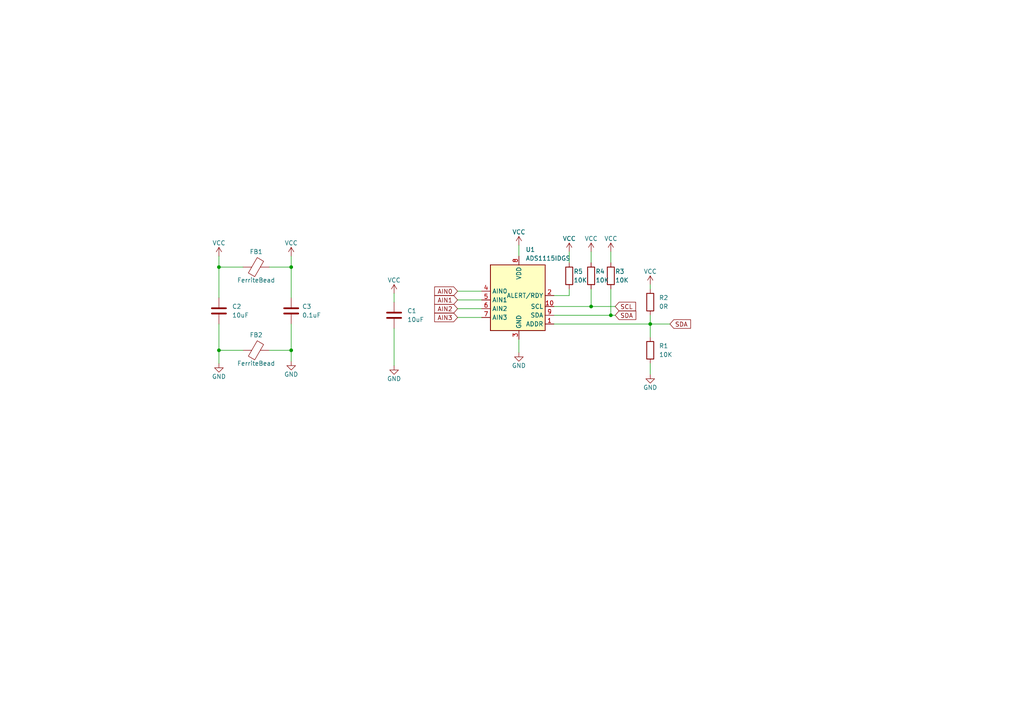
<source format=kicad_sch>
(kicad_sch (version 20230121) (generator eeschema)

  (uuid c5d407db-36d1-418d-895f-c81c8e928d70)

  (paper "A4")

  (lib_symbols
    (symbol "Analog_ADC:ADS1115IDGS" (in_bom yes) (on_board yes)
      (property "Reference" "U1" (at 1.9559 14.605 0)
        (effects (font (size 1.27 1.27)) (justify left))
      )
      (property "Value" "ADS1115IDGS" (at 1.9559 12.065 0)
        (effects (font (size 1.27 1.27)) (justify left))
      )
      (property "Footprint" "Package_SO:TSSOP-10_3x3mm_P0.5mm" (at 0 -12.7 0)
        (effects (font (size 1.27 1.27)) hide)
      )
      (property "Datasheet" "http://www.ti.com/lit/ds/symlink/ads1113.pdf" (at -1.27 -22.86 0)
        (effects (font (size 1.27 1.27)) hide)
      )
      (property "ki_keywords" "16 bit 4 channel I2C ADC" (at 0 0 0)
        (effects (font (size 1.27 1.27)) hide)
      )
      (property "ki_description" "Ultra-Small, Low-Power, I2C-Compatible, 860-SPS, 16-Bit ADCs With Internal Reference, Oscillator, and Programmable Comparator, VSSOP-10" (at 0 0 0)
        (effects (font (size 1.27 1.27)) hide)
      )
      (property "ki_fp_filters" "TSSOP*3x3mm*P0.5mm*" (at 0 0 0)
        (effects (font (size 1.27 1.27)) hide)
      )
      (symbol "ADS1115IDGS_0_1"
        (rectangle (start -8.255 10.16) (end 7.62 -8.89)
          (stroke (width 0.254) (type default))
          (fill (type background))
        )
      )
      (symbol "ADS1115IDGS_1_1"
        (pin input line (at 10.16 -6.985 180) (length 2.54)
          (name "ADDR" (effects (font (size 1.27 1.27))))
          (number "1" (effects (font (size 1.27 1.27))))
        )
        (pin input line (at 10.16 -1.905 180) (length 2.54)
          (name "SCL" (effects (font (size 1.27 1.27))))
          (number "10" (effects (font (size 1.27 1.27))))
        )
        (pin output line (at 10.16 1.27 180) (length 2.54)
          (name "ALERT/RDY" (effects (font (size 1.27 1.27))))
          (number "2" (effects (font (size 1.27 1.27))))
        )
        (pin power_in line (at 0 -11.43 90) (length 2.54)
          (name "GND" (effects (font (size 1.27 1.27))))
          (number "3" (effects (font (size 1.27 1.27))))
        )
        (pin input line (at -10.795 2.54 0) (length 2.54)
          (name "AIN0" (effects (font (size 1.27 1.27))))
          (number "4" (effects (font (size 1.27 1.27))))
        )
        (pin input line (at -10.795 0 0) (length 2.54)
          (name "AIN1" (effects (font (size 1.27 1.27))))
          (number "5" (effects (font (size 1.27 1.27))))
        )
        (pin input line (at -10.795 -2.54 0) (length 2.54)
          (name "AIN2" (effects (font (size 1.27 1.27))))
          (number "6" (effects (font (size 1.27 1.27))))
        )
        (pin input line (at -10.795 -5.08 0) (length 2.54)
          (name "AIN3" (effects (font (size 1.27 1.27))))
          (number "7" (effects (font (size 1.27 1.27))))
        )
        (pin power_in line (at 0 12.7 270) (length 2.54)
          (name "VDD" (effects (font (size 1.27 1.27))))
          (number "8" (effects (font (size 1.27 1.27))))
        )
        (pin bidirectional line (at 10.16 -4.445 180) (length 2.54)
          (name "SDA" (effects (font (size 1.27 1.27))))
          (number "9" (effects (font (size 1.27 1.27))))
        )
      )
    )
    (symbol "Device:C" (pin_numbers hide) (pin_names (offset 0.254)) (in_bom yes) (on_board yes)
      (property "Reference" "C" (at 0.635 2.54 0)
        (effects (font (size 1.27 1.27)) (justify left))
      )
      (property "Value" "C" (at 0.635 -2.54 0)
        (effects (font (size 1.27 1.27)) (justify left))
      )
      (property "Footprint" "" (at 0.9652 -3.81 0)
        (effects (font (size 1.27 1.27)) hide)
      )
      (property "Datasheet" "~" (at 0 0 0)
        (effects (font (size 1.27 1.27)) hide)
      )
      (property "ki_keywords" "cap capacitor" (at 0 0 0)
        (effects (font (size 1.27 1.27)) hide)
      )
      (property "ki_description" "Unpolarized capacitor" (at 0 0 0)
        (effects (font (size 1.27 1.27)) hide)
      )
      (property "ki_fp_filters" "C_*" (at 0 0 0)
        (effects (font (size 1.27 1.27)) hide)
      )
      (symbol "C_0_1"
        (polyline
          (pts
            (xy -2.032 -0.762)
            (xy 2.032 -0.762)
          )
          (stroke (width 0.508) (type default))
          (fill (type none))
        )
        (polyline
          (pts
            (xy -2.032 0.762)
            (xy 2.032 0.762)
          )
          (stroke (width 0.508) (type default))
          (fill (type none))
        )
      )
      (symbol "C_1_1"
        (pin passive line (at 0 3.81 270) (length 2.794)
          (name "~" (effects (font (size 1.27 1.27))))
          (number "1" (effects (font (size 1.27 1.27))))
        )
        (pin passive line (at 0 -3.81 90) (length 2.794)
          (name "~" (effects (font (size 1.27 1.27))))
          (number "2" (effects (font (size 1.27 1.27))))
        )
      )
    )
    (symbol "Device:FerriteBead" (pin_numbers hide) (pin_names (offset 0)) (in_bom yes) (on_board yes)
      (property "Reference" "FB" (at -3.81 0.635 90)
        (effects (font (size 1.27 1.27)))
      )
      (property "Value" "FerriteBead" (at 3.81 0 90)
        (effects (font (size 1.27 1.27)))
      )
      (property "Footprint" "" (at -1.778 0 90)
        (effects (font (size 1.27 1.27)) hide)
      )
      (property "Datasheet" "~" (at 0 0 0)
        (effects (font (size 1.27 1.27)) hide)
      )
      (property "ki_keywords" "L ferrite bead inductor filter" (at 0 0 0)
        (effects (font (size 1.27 1.27)) hide)
      )
      (property "ki_description" "Ferrite bead" (at 0 0 0)
        (effects (font (size 1.27 1.27)) hide)
      )
      (property "ki_fp_filters" "Inductor_* L_* *Ferrite*" (at 0 0 0)
        (effects (font (size 1.27 1.27)) hide)
      )
      (symbol "FerriteBead_0_1"
        (polyline
          (pts
            (xy 0 -1.27)
            (xy 0 -1.2192)
          )
          (stroke (width 0) (type default))
          (fill (type none))
        )
        (polyline
          (pts
            (xy 0 1.27)
            (xy 0 1.2954)
          )
          (stroke (width 0) (type default))
          (fill (type none))
        )
        (polyline
          (pts
            (xy -2.7686 0.4064)
            (xy -1.7018 2.2606)
            (xy 2.7686 -0.3048)
            (xy 1.6764 -2.159)
            (xy -2.7686 0.4064)
          )
          (stroke (width 0) (type default))
          (fill (type none))
        )
      )
      (symbol "FerriteBead_1_1"
        (pin passive line (at 0 3.81 270) (length 2.54)
          (name "~" (effects (font (size 1.27 1.27))))
          (number "1" (effects (font (size 1.27 1.27))))
        )
        (pin passive line (at 0 -3.81 90) (length 2.54)
          (name "~" (effects (font (size 1.27 1.27))))
          (number "2" (effects (font (size 1.27 1.27))))
        )
      )
    )
    (symbol "Device:R" (pin_numbers hide) (pin_names (offset 0)) (in_bom yes) (on_board yes)
      (property "Reference" "R" (at 2.032 0 90)
        (effects (font (size 1.27 1.27)))
      )
      (property "Value" "R" (at 0 0 90)
        (effects (font (size 1.27 1.27)))
      )
      (property "Footprint" "" (at -1.778 0 90)
        (effects (font (size 1.27 1.27)) hide)
      )
      (property "Datasheet" "~" (at 0 0 0)
        (effects (font (size 1.27 1.27)) hide)
      )
      (property "ki_keywords" "R res resistor" (at 0 0 0)
        (effects (font (size 1.27 1.27)) hide)
      )
      (property "ki_description" "Resistor" (at 0 0 0)
        (effects (font (size 1.27 1.27)) hide)
      )
      (property "ki_fp_filters" "R_*" (at 0 0 0)
        (effects (font (size 1.27 1.27)) hide)
      )
      (symbol "R_0_1"
        (rectangle (start -1.016 -2.54) (end 1.016 2.54)
          (stroke (width 0.254) (type default))
          (fill (type none))
        )
      )
      (symbol "R_1_1"
        (pin passive line (at 0 3.81 270) (length 1.27)
          (name "~" (effects (font (size 1.27 1.27))))
          (number "1" (effects (font (size 1.27 1.27))))
        )
        (pin passive line (at 0 -3.81 90) (length 1.27)
          (name "~" (effects (font (size 1.27 1.27))))
          (number "2" (effects (font (size 1.27 1.27))))
        )
      )
    )
    (symbol "GND_1" (power) (pin_names (offset 0)) (in_bom yes) (on_board yes)
      (property "Reference" "#PWR012" (at 0 -6.35 0)
        (effects (font (size 1.27 1.27)) hide)
      )
      (property "Value" "GND_1" (at 0 -3.81 0)
        (effects (font (size 1.27 1.27)))
      )
      (property "Footprint" "" (at 0 0 0)
        (effects (font (size 1.27 1.27)) hide)
      )
      (property "Datasheet" "" (at 0 0 0)
        (effects (font (size 1.27 1.27)) hide)
      )
      (property "ki_keywords" "global power" (at 0 0 0)
        (effects (font (size 1.27 1.27)) hide)
      )
      (property "ki_description" "Power symbol creates a global label with name \"GND\" , ground" (at 0 0 0)
        (effects (font (size 1.27 1.27)) hide)
      )
      (symbol "GND_1_0_1"
        (polyline
          (pts
            (xy 0 0)
            (xy 0 -1.27)
            (xy 1.27 -1.27)
            (xy 0 -2.54)
            (xy -1.27 -1.27)
            (xy 0 -1.27)
          )
          (stroke (width 0) (type default))
          (fill (type none))
        )
      )
      (symbol "GND_1_1_1"
        (pin power_in line (at 0 0 270) (length 0) hide
          (name "GND" (effects (font (size 1.27 1.27))))
          (number "1" (effects (font (size 1.27 1.27))))
        )
      )
    )
    (symbol "VCC_1" (power) (pin_names (offset 0)) (in_bom yes) (on_board yes)
      (property "Reference" "#PWR06" (at 0 -3.81 0)
        (effects (font (size 1.27 1.27)) hide)
      )
      (property "Value" "VCC_1" (at 0 3.81 0)
        (effects (font (size 1.27 1.27)))
      )
      (property "Footprint" "" (at 0 0 0)
        (effects (font (size 1.27 1.27)) hide)
      )
      (property "Datasheet" "" (at 0 0 0)
        (effects (font (size 1.27 1.27)) hide)
      )
      (property "ki_keywords" "global power" (at 0 0 0)
        (effects (font (size 1.27 1.27)) hide)
      )
      (property "ki_description" "Power symbol creates a global label with name \"VCC\"" (at 0 0 0)
        (effects (font (size 1.27 1.27)) hide)
      )
      (symbol "VCC_1_0_1"
        (polyline
          (pts
            (xy -0.762 1.27)
            (xy 0 2.54)
          )
          (stroke (width 0) (type default))
          (fill (type none))
        )
        (polyline
          (pts
            (xy 0 0)
            (xy 0 2.54)
          )
          (stroke (width 0) (type default))
          (fill (type none))
        )
        (polyline
          (pts
            (xy 0 2.54)
            (xy 0.762 1.27)
          )
          (stroke (width 0) (type default))
          (fill (type none))
        )
      )
      (symbol "VCC_1_1_1"
        (pin power_in line (at 0 0 90) (length 0) hide
          (name "VCC" (effects (font (size 1.27 1.27))))
          (number "1" (effects (font (size 1.27 1.27))))
        )
      )
    )
    (symbol "power:GND" (power) (pin_names (offset 0)) (in_bom yes) (on_board yes)
      (property "Reference" "#PWR" (at 0 -6.35 0)
        (effects (font (size 1.27 1.27)) hide)
      )
      (property "Value" "GND" (at 0 -3.81 0)
        (effects (font (size 1.27 1.27)))
      )
      (property "Footprint" "" (at 0 0 0)
        (effects (font (size 1.27 1.27)) hide)
      )
      (property "Datasheet" "" (at 0 0 0)
        (effects (font (size 1.27 1.27)) hide)
      )
      (property "ki_keywords" "global power" (at 0 0 0)
        (effects (font (size 1.27 1.27)) hide)
      )
      (property "ki_description" "Power symbol creates a global label with name \"GND\" , ground" (at 0 0 0)
        (effects (font (size 1.27 1.27)) hide)
      )
      (symbol "GND_0_1"
        (polyline
          (pts
            (xy 0 0)
            (xy 0 -1.27)
            (xy 1.27 -1.27)
            (xy 0 -2.54)
            (xy -1.27 -1.27)
            (xy 0 -1.27)
          )
          (stroke (width 0) (type default))
          (fill (type none))
        )
      )
      (symbol "GND_1_1"
        (pin power_in line (at 0 0 270) (length 0) hide
          (name "GND" (effects (font (size 1.27 1.27))))
          (number "1" (effects (font (size 1.27 1.27))))
        )
      )
    )
    (symbol "power:VCC" (power) (pin_names (offset 0)) (in_bom yes) (on_board yes)
      (property "Reference" "#PWR" (at 0 -3.81 0)
        (effects (font (size 1.27 1.27)) hide)
      )
      (property "Value" "VCC" (at 0 3.81 0)
        (effects (font (size 1.27 1.27)))
      )
      (property "Footprint" "" (at 0 0 0)
        (effects (font (size 1.27 1.27)) hide)
      )
      (property "Datasheet" "" (at 0 0 0)
        (effects (font (size 1.27 1.27)) hide)
      )
      (property "ki_keywords" "global power" (at 0 0 0)
        (effects (font (size 1.27 1.27)) hide)
      )
      (property "ki_description" "Power symbol creates a global label with name \"VCC\"" (at 0 0 0)
        (effects (font (size 1.27 1.27)) hide)
      )
      (symbol "VCC_0_1"
        (polyline
          (pts
            (xy -0.762 1.27)
            (xy 0 2.54)
          )
          (stroke (width 0) (type default))
          (fill (type none))
        )
        (polyline
          (pts
            (xy 0 0)
            (xy 0 2.54)
          )
          (stroke (width 0) (type default))
          (fill (type none))
        )
        (polyline
          (pts
            (xy 0 2.54)
            (xy 0.762 1.27)
          )
          (stroke (width 0) (type default))
          (fill (type none))
        )
      )
      (symbol "VCC_1_1"
        (pin power_in line (at 0 0 90) (length 0) hide
          (name "VCC" (effects (font (size 1.27 1.27))))
          (number "1" (effects (font (size 1.27 1.27))))
        )
      )
    )
  )

  (junction (at 84.455 101.6) (diameter 0) (color 0 0 0 0)
    (uuid 34709148-c3cf-4df1-9693-2b99cd86c51f)
  )
  (junction (at 84.455 77.47) (diameter 0) (color 0 0 0 0)
    (uuid 411dfc31-5ce8-48f8-8fca-5c59327c876d)
  )
  (junction (at 171.45 88.9) (diameter 0) (color 0 0 0 0)
    (uuid 8873fe2c-6236-419e-9b7b-6e2d728fc026)
  )
  (junction (at 63.5 77.47) (diameter 0) (color 0 0 0 0)
    (uuid 89c62c57-d424-4b88-803a-4624ef458857)
  )
  (junction (at 63.5 101.6) (diameter 0) (color 0 0 0 0)
    (uuid 8d51adda-d7e2-47d4-b521-b76241df83b2)
  )
  (junction (at 177.165 91.44) (diameter 0) (color 0 0 0 0)
    (uuid c740590a-f0f0-4eba-ba00-9a50da7350be)
  )
  (junction (at 188.595 93.98) (diameter 0) (color 0 0 0 0)
    (uuid c9ddf868-c9db-45ee-9fc5-b5d180eb3f94)
  )

  (wire (pts (xy 171.45 73.025) (xy 171.45 76.2))
    (stroke (width 0) (type default))
    (uuid 026aeffa-9f47-4e39-b2e0-d6a7200fb1bc)
  )
  (wire (pts (xy 132.715 89.535) (xy 139.7 89.535))
    (stroke (width 0) (type default))
    (uuid 04f69280-2851-4301-a527-15ebee56caa7)
  )
  (wire (pts (xy 188.595 93.98) (xy 188.595 97.79))
    (stroke (width 0) (type default))
    (uuid 0aa608c7-4b37-489f-805e-f30403849018)
  )
  (wire (pts (xy 188.595 105.41) (xy 188.595 108.585))
    (stroke (width 0) (type default))
    (uuid 10fb12b5-4b87-4dc5-b549-6e387c4330c5)
  )
  (wire (pts (xy 84.455 101.6) (xy 84.455 104.775))
    (stroke (width 0) (type default))
    (uuid 11bbfabb-e96d-44f7-9264-687a5073e979)
  )
  (wire (pts (xy 177.165 83.82) (xy 177.165 91.44))
    (stroke (width 0) (type default))
    (uuid 2f611ea7-746d-4367-b839-8e3929abe688)
  )
  (wire (pts (xy 160.655 88.9) (xy 171.45 88.9))
    (stroke (width 0) (type default))
    (uuid 300b25c0-a7be-481e-9a7b-b60e619cfa88)
  )
  (wire (pts (xy 160.655 93.98) (xy 188.595 93.98))
    (stroke (width 0) (type default))
    (uuid 30b3d831-4238-4761-ba44-7fac6d8d02dc)
  )
  (wire (pts (xy 188.595 91.44) (xy 188.595 93.98))
    (stroke (width 0) (type default))
    (uuid 34c8db6f-e8c1-431e-a338-1fbc157befb8)
  )
  (wire (pts (xy 171.45 88.9) (xy 178.435 88.9))
    (stroke (width 0) (type default))
    (uuid 4437b678-ce2f-41ac-81d1-b62484aa9f35)
  )
  (wire (pts (xy 114.3 95.25) (xy 114.3 106.045))
    (stroke (width 0) (type default))
    (uuid 46930701-3259-494e-93a9-c247ccdac795)
  )
  (wire (pts (xy 188.595 82.55) (xy 188.595 83.82))
    (stroke (width 0) (type default))
    (uuid 495a96a1-2fa6-4bc0-8d35-950f0f09fd22)
  )
  (wire (pts (xy 165.1 85.725) (xy 160.655 85.725))
    (stroke (width 0) (type default))
    (uuid 4b0a5c50-14b0-4494-b87d-d354475e3b0f)
  )
  (wire (pts (xy 165.1 83.82) (xy 165.1 85.725))
    (stroke (width 0) (type default))
    (uuid 4f57d88d-9c25-475e-886a-3065f00a92aa)
  )
  (wire (pts (xy 132.715 84.455) (xy 139.7 84.455))
    (stroke (width 0) (type default))
    (uuid 581c303c-544c-4426-b8f9-96011896ae84)
  )
  (wire (pts (xy 63.5 93.98) (xy 63.5 101.6))
    (stroke (width 0) (type default))
    (uuid 6b10f4d2-9d83-43e7-987f-a3fe378e0c39)
  )
  (wire (pts (xy 63.5 101.6) (xy 63.5 105.41))
    (stroke (width 0) (type default))
    (uuid 7bab7e40-96ad-4ede-af80-1174da99957a)
  )
  (wire (pts (xy 160.655 91.44) (xy 177.165 91.44))
    (stroke (width 0) (type default))
    (uuid 7cfb2964-e2d3-4966-a98a-955805a45e38)
  )
  (wire (pts (xy 177.165 91.44) (xy 178.435 91.44))
    (stroke (width 0) (type default))
    (uuid 803649f1-4c4f-484e-89dc-e69c019c8b38)
  )
  (wire (pts (xy 63.5 74.295) (xy 63.5 77.47))
    (stroke (width 0) (type default))
    (uuid 850f8145-6f2a-416e-b4ec-0ba9aa9868d7)
  )
  (wire (pts (xy 84.455 86.36) (xy 84.455 77.47))
    (stroke (width 0) (type default))
    (uuid 86e76879-12b3-4bbf-8187-dfff9ff49cda)
  )
  (wire (pts (xy 132.715 92.075) (xy 139.7 92.075))
    (stroke (width 0) (type default))
    (uuid 8979081a-d457-4460-bc10-2e2454f68fd7)
  )
  (wire (pts (xy 84.455 101.6) (xy 84.455 93.98))
    (stroke (width 0) (type default))
    (uuid 90f64bfa-cb70-486a-91b6-9075cdf3f656)
  )
  (wire (pts (xy 63.5 77.47) (xy 63.5 86.36))
    (stroke (width 0) (type default))
    (uuid 93a641d7-bdd9-42e4-9441-87c00915057b)
  )
  (wire (pts (xy 132.715 86.995) (xy 139.7 86.995))
    (stroke (width 0) (type default))
    (uuid 9e1d7590-1e47-41b6-bdb3-de30778d63e1)
  )
  (wire (pts (xy 70.485 77.47) (xy 63.5 77.47))
    (stroke (width 0) (type default))
    (uuid a2766fa3-e5c7-4da8-af02-447febd24d71)
  )
  (wire (pts (xy 165.1 73.025) (xy 165.1 76.2))
    (stroke (width 0) (type default))
    (uuid a94f6ae6-f85f-4614-b243-94e17a9cd1d2)
  )
  (wire (pts (xy 188.595 93.98) (xy 194.31 93.98))
    (stroke (width 0) (type default))
    (uuid aba3e04c-9931-4108-89a4-41a654f81767)
  )
  (wire (pts (xy 171.45 83.82) (xy 171.45 88.9))
    (stroke (width 0) (type default))
    (uuid aeb9849d-0078-4dde-b7ed-d1447cc5c5a4)
  )
  (wire (pts (xy 78.105 101.6) (xy 84.455 101.6))
    (stroke (width 0) (type default))
    (uuid bb18971e-774f-4302-83e3-c6b4a0fab82f)
  )
  (wire (pts (xy 84.455 74.295) (xy 84.455 77.47))
    (stroke (width 0) (type default))
    (uuid c2d907c3-b26b-42ce-b5aa-80bfc0fefd85)
  )
  (wire (pts (xy 150.495 98.425) (xy 150.495 102.235))
    (stroke (width 0) (type default))
    (uuid c56ae480-5dea-4aa4-ac39-762b64670dc4)
  )
  (wire (pts (xy 177.165 73.025) (xy 177.165 76.2))
    (stroke (width 0) (type default))
    (uuid db81e874-530e-4b2f-8da8-3d1d560135dd)
  )
  (wire (pts (xy 63.5 101.6) (xy 70.485 101.6))
    (stroke (width 0) (type default))
    (uuid e88261ff-0e8b-4e64-9067-981bf6c0365e)
  )
  (wire (pts (xy 84.455 77.47) (xy 78.105 77.47))
    (stroke (width 0) (type default))
    (uuid f130a55f-75ce-47fb-82be-d23a3ef69950)
  )
  (wire (pts (xy 150.495 71.12) (xy 150.495 74.295))
    (stroke (width 0) (type default))
    (uuid f182828e-b9b8-4e1a-b3ad-d7ec61aeef1b)
  )
  (wire (pts (xy 114.3 85.09) (xy 114.3 87.63))
    (stroke (width 0) (type default))
    (uuid f9b7e67f-055f-4931-82ab-f9a7587a3508)
  )

  (global_label "AIN1" (shape input) (at 132.715 86.995 180) (fields_autoplaced)
    (effects (font (size 1.27 1.27)) (justify right))
    (uuid 0c876a6e-9cf1-4c5e-a609-b7f4ca2ad901)
    (property "Intersheetrefs" "${INTERSHEET_REFS}" (at 125.5758 86.995 0)
      (effects (font (size 1.27 1.27)) (justify right) hide)
    )
  )
  (global_label "SDA" (shape input) (at 178.435 91.44 0) (fields_autoplaced)
    (effects (font (size 1.27 1.27)) (justify left))
    (uuid 26714015-d2c3-44a2-9162-67fcfc62edb5)
    (property "Intersheetrefs" "${INTERSHEET_REFS}" (at 184.9089 91.44 0)
      (effects (font (size 1.27 1.27)) (justify left) hide)
    )
  )
  (global_label "AIN3" (shape input) (at 132.715 92.075 180) (fields_autoplaced)
    (effects (font (size 1.27 1.27)) (justify right))
    (uuid 3f38bd4a-8818-4eb6-8216-02c9ca9a0470)
    (property "Intersheetrefs" "${INTERSHEET_REFS}" (at 125.5758 92.075 0)
      (effects (font (size 1.27 1.27)) (justify right) hide)
    )
  )
  (global_label "AIN2" (shape input) (at 132.715 89.535 180) (fields_autoplaced)
    (effects (font (size 1.27 1.27)) (justify right))
    (uuid 443a7085-e799-45b2-97a9-4a9f5566194f)
    (property "Intersheetrefs" "${INTERSHEET_REFS}" (at 125.5758 89.535 0)
      (effects (font (size 1.27 1.27)) (justify right) hide)
    )
  )
  (global_label "SDA" (shape input) (at 194.31 93.98 0) (fields_autoplaced)
    (effects (font (size 1.27 1.27)) (justify left))
    (uuid 51edcb75-b3ce-4bf6-afe6-62d4cfb9f2d7)
    (property "Intersheetrefs" "${INTERSHEET_REFS}" (at 200.7839 93.98 0)
      (effects (font (size 1.27 1.27)) (justify left) hide)
    )
  )
  (global_label "SCL" (shape input) (at 178.435 88.9 0) (fields_autoplaced)
    (effects (font (size 1.27 1.27)) (justify left))
    (uuid 5a9c83f0-8c00-4f82-b512-2a42eca44a5c)
    (property "Intersheetrefs" "${INTERSHEET_REFS}" (at 184.8484 88.9 0)
      (effects (font (size 1.27 1.27)) (justify left) hide)
    )
  )
  (global_label "AIN0" (shape input) (at 132.715 84.455 180) (fields_autoplaced)
    (effects (font (size 1.27 1.27)) (justify right))
    (uuid a282f7c4-f87c-445b-a3de-c18724eca960)
    (property "Intersheetrefs" "${INTERSHEET_REFS}" (at 125.5758 84.455 0)
      (effects (font (size 1.27 1.27)) (justify right) hide)
    )
  )

  (symbol (lib_id "Device:C") (at 63.5 90.17 0) (unit 1)
    (in_bom yes) (on_board yes) (dnp no) (fields_autoplaced)
    (uuid 06d9475b-2f6e-4bd4-bff8-994a36d6e0c5)
    (property "Reference" "C2" (at 67.31 88.9 0)
      (effects (font (size 1.27 1.27)) (justify left))
    )
    (property "Value" "10uF" (at 67.31 91.44 0)
      (effects (font (size 1.27 1.27)) (justify left))
    )
    (property "Footprint" "" (at 64.4652 93.98 0)
      (effects (font (size 1.27 1.27)) hide)
    )
    (property "Datasheet" "~" (at 63.5 90.17 0)
      (effects (font (size 1.27 1.27)) hide)
    )
    (pin "1" (uuid 5005eaef-6a81-40b7-bd43-b3c5192e72e8))
    (pin "2" (uuid 718d566a-c5c0-4d95-903e-519d78a0fea2))
    (instances
      (project "0035_ADC_Module_ADS1115"
        (path "/c5d407db-36d1-418d-895f-c81c8e928d70"
          (reference "C2") (unit 1)
        )
      )
    )
  )

  (symbol (lib_id "Device:R") (at 188.595 101.6 0) (unit 1)
    (in_bom yes) (on_board yes) (dnp no) (fields_autoplaced)
    (uuid 0c31a88a-067c-4ce3-a1b7-1cb9c0124dc2)
    (property "Reference" "R1" (at 191.135 100.33 0)
      (effects (font (size 1.27 1.27)) (justify left))
    )
    (property "Value" "10K" (at 191.135 102.87 0)
      (effects (font (size 1.27 1.27)) (justify left))
    )
    (property "Footprint" "" (at 186.817 101.6 90)
      (effects (font (size 1.27 1.27)) hide)
    )
    (property "Datasheet" "~" (at 188.595 101.6 0)
      (effects (font (size 1.27 1.27)) hide)
    )
    (pin "1" (uuid 975a7269-a9ca-4bda-8a2d-f5ddfd881b80))
    (pin "2" (uuid ec390572-6f09-496b-bb6d-c303b58748f8))
    (instances
      (project "0035_ADC_Module_ADS1115"
        (path "/c5d407db-36d1-418d-895f-c81c8e928d70"
          (reference "R1") (unit 1)
        )
      )
    )
  )

  (symbol (lib_name "VCC_1") (lib_id "power:VCC") (at 84.455 74.295 0) (unit 1)
    (in_bom yes) (on_board yes) (dnp no)
    (uuid 1293dbbc-79d1-44b7-8767-8c279971b992)
    (property "Reference" "#PWR09" (at 84.455 78.105 0)
      (effects (font (size 1.27 1.27)) hide)
    )
    (property "Value" "AVDD" (at 84.455 70.485 0)
      (effects (font (size 1.27 1.27)))
    )
    (property "Footprint" "" (at 84.455 74.295 0)
      (effects (font (size 1.27 1.27)) hide)
    )
    (property "Datasheet" "" (at 84.455 74.295 0)
      (effects (font (size 1.27 1.27)) hide)
    )
    (pin "1" (uuid 59a7b8cf-aceb-46ab-a53a-8e0c016a3d3e))
    (instances
      (project "0035_ADC_Module_ADS1115"
        (path "/c5d407db-36d1-418d-895f-c81c8e928d70"
          (reference "#PWR09") (unit 1)
        )
      )
    )
  )

  (symbol (lib_id "Device:FerriteBead") (at 74.295 77.47 90) (unit 1)
    (in_bom yes) (on_board yes) (dnp no)
    (uuid 1647e66e-bb20-41f4-8e4d-922146b9bd33)
    (property "Reference" "FB1" (at 74.295 73.025 90)
      (effects (font (size 1.27 1.27)))
    )
    (property "Value" "FerriteBead" (at 74.295 81.28 90)
      (effects (font (size 1.27 1.27)))
    )
    (property "Footprint" "" (at 74.295 79.248 90)
      (effects (font (size 1.27 1.27)) hide)
    )
    (property "Datasheet" "~" (at 74.295 77.47 0)
      (effects (font (size 1.27 1.27)) hide)
    )
    (pin "1" (uuid bd0fdd78-5946-48d6-a335-37ba11bb9b5d))
    (pin "2" (uuid 48824074-b381-4872-a79a-445b917ffa8c))
    (instances
      (project "0035_ADC_Module_ADS1115"
        (path "/c5d407db-36d1-418d-895f-c81c8e928d70"
          (reference "FB1") (unit 1)
        )
      )
    )
  )

  (symbol (lib_id "Device:R") (at 165.1 80.01 0) (unit 1)
    (in_bom yes) (on_board yes) (dnp no)
    (uuid 175762e5-c564-49f0-9f21-966e2e66c8b9)
    (property "Reference" "R5" (at 166.37 78.74 0)
      (effects (font (size 1.27 1.27)) (justify left))
    )
    (property "Value" "10K" (at 166.37 81.28 0)
      (effects (font (size 1.27 1.27)) (justify left))
    )
    (property "Footprint" "" (at 163.322 80.01 90)
      (effects (font (size 1.27 1.27)) hide)
    )
    (property "Datasheet" "~" (at 165.1 80.01 0)
      (effects (font (size 1.27 1.27)) hide)
    )
    (pin "1" (uuid 6adb77fd-3d63-4b3f-850c-1b4baffd7ae6))
    (pin "2" (uuid f7ebd457-1aae-44ee-8d9b-1117b482655d))
    (instances
      (project "0035_ADC_Module_ADS1115"
        (path "/c5d407db-36d1-418d-895f-c81c8e928d70"
          (reference "R5") (unit 1)
        )
      )
    )
  )

  (symbol (lib_id "power:VCC") (at 177.165 73.025 0) (unit 1)
    (in_bom yes) (on_board yes) (dnp no)
    (uuid 1c8f35dc-17c3-4a41-81bb-d6830b9bade8)
    (property "Reference" "#PWR03" (at 177.165 76.835 0)
      (effects (font (size 1.27 1.27)) hide)
    )
    (property "Value" "VCC" (at 177.165 69.215 0)
      (effects (font (size 1.27 1.27)))
    )
    (property "Footprint" "" (at 177.165 73.025 0)
      (effects (font (size 1.27 1.27)) hide)
    )
    (property "Datasheet" "" (at 177.165 73.025 0)
      (effects (font (size 1.27 1.27)) hide)
    )
    (pin "1" (uuid 0b690d30-754a-42f1-8b0d-d3fb205ea3f4))
    (instances
      (project "0035_ADC_Module_ADS1115"
        (path "/c5d407db-36d1-418d-895f-c81c8e928d70"
          (reference "#PWR03") (unit 1)
        )
      )
    )
  )

  (symbol (lib_name "VCC_1") (lib_id "power:VCC") (at 114.3 85.09 0) (unit 1)
    (in_bom yes) (on_board yes) (dnp no)
    (uuid 2addff9f-09f8-4617-88d6-8da8d1ac184d)
    (property "Reference" "#PWR07" (at 114.3 88.9 0)
      (effects (font (size 1.27 1.27)) hide)
    )
    (property "Value" "AVDD" (at 114.3 81.28 0)
      (effects (font (size 1.27 1.27)))
    )
    (property "Footprint" "" (at 114.3 85.09 0)
      (effects (font (size 1.27 1.27)) hide)
    )
    (property "Datasheet" "" (at 114.3 85.09 0)
      (effects (font (size 1.27 1.27)) hide)
    )
    (pin "1" (uuid f3f34fca-c22e-4b6f-9bf2-4e078072a0df))
    (instances
      (project "0035_ADC_Module_ADS1115"
        (path "/c5d407db-36d1-418d-895f-c81c8e928d70"
          (reference "#PWR07") (unit 1)
        )
      )
    )
  )

  (symbol (lib_id "power:VCC") (at 165.1 73.025 0) (unit 1)
    (in_bom yes) (on_board yes) (dnp no)
    (uuid 3a30f6d0-889e-4618-b31f-293b7151fae3)
    (property "Reference" "#PWR05" (at 165.1 76.835 0)
      (effects (font (size 1.27 1.27)) hide)
    )
    (property "Value" "VCC" (at 165.1 69.215 0)
      (effects (font (size 1.27 1.27)))
    )
    (property "Footprint" "" (at 165.1 73.025 0)
      (effects (font (size 1.27 1.27)) hide)
    )
    (property "Datasheet" "" (at 165.1 73.025 0)
      (effects (font (size 1.27 1.27)) hide)
    )
    (pin "1" (uuid bf12fe18-4830-4665-8584-cc04a37c3c9e))
    (instances
      (project "0035_ADC_Module_ADS1115"
        (path "/c5d407db-36d1-418d-895f-c81c8e928d70"
          (reference "#PWR05") (unit 1)
        )
      )
    )
  )

  (symbol (lib_name "VCC_1") (lib_id "power:VCC") (at 150.495 71.12 0) (unit 1)
    (in_bom yes) (on_board yes) (dnp no)
    (uuid 454663c7-027c-4cbd-9056-d79e35adf85d)
    (property "Reference" "#PWR06" (at 150.495 74.93 0)
      (effects (font (size 1.27 1.27)) hide)
    )
    (property "Value" "AVDD" (at 150.495 67.31 0)
      (effects (font (size 1.27 1.27)))
    )
    (property "Footprint" "" (at 150.495 71.12 0)
      (effects (font (size 1.27 1.27)) hide)
    )
    (property "Datasheet" "" (at 150.495 71.12 0)
      (effects (font (size 1.27 1.27)) hide)
    )
    (pin "1" (uuid 238b27f3-0efb-406e-b133-1593d1da9e9f))
    (instances
      (project "0035_ADC_Module_ADS1115"
        (path "/c5d407db-36d1-418d-895f-c81c8e928d70"
          (reference "#PWR06") (unit 1)
        )
      )
    )
  )

  (symbol (lib_name "GND_1") (lib_id "power:GND") (at 150.495 102.235 0) (unit 1)
    (in_bom yes) (on_board yes) (dnp no)
    (uuid 584f7e36-ac83-4f94-80c4-904887e24bbc)
    (property "Reference" "#PWR08" (at 150.495 108.585 0)
      (effects (font (size 1.27 1.27)) hide)
    )
    (property "Value" "AGND" (at 150.495 106.045 0)
      (effects (font (size 1.27 1.27)))
    )
    (property "Footprint" "" (at 150.495 102.235 0)
      (effects (font (size 1.27 1.27)) hide)
    )
    (property "Datasheet" "" (at 150.495 102.235 0)
      (effects (font (size 1.27 1.27)) hide)
    )
    (pin "1" (uuid acebed43-34a2-4f0d-91f5-057d6f006748))
    (instances
      (project "0035_ADC_Module_ADS1115"
        (path "/c5d407db-36d1-418d-895f-c81c8e928d70"
          (reference "#PWR08") (unit 1)
        )
      )
    )
  )

  (symbol (lib_id "Device:R") (at 177.165 80.01 0) (unit 1)
    (in_bom yes) (on_board yes) (dnp no)
    (uuid 5b7a7826-8bd5-40b7-a92f-d4b1d8e68551)
    (property "Reference" "R3" (at 178.435 78.74 0)
      (effects (font (size 1.27 1.27)) (justify left))
    )
    (property "Value" "10K" (at 178.435 81.28 0)
      (effects (font (size 1.27 1.27)) (justify left))
    )
    (property "Footprint" "" (at 175.387 80.01 90)
      (effects (font (size 1.27 1.27)) hide)
    )
    (property "Datasheet" "~" (at 177.165 80.01 0)
      (effects (font (size 1.27 1.27)) hide)
    )
    (pin "1" (uuid 6f83895a-8095-4bc9-b555-492ff71ccd75))
    (pin "2" (uuid 110712ae-9f82-4c13-839d-0def406940b0))
    (instances
      (project "0035_ADC_Module_ADS1115"
        (path "/c5d407db-36d1-418d-895f-c81c8e928d70"
          (reference "R3") (unit 1)
        )
      )
    )
  )

  (symbol (lib_id "power:VCC") (at 171.45 73.025 0) (unit 1)
    (in_bom yes) (on_board yes) (dnp no)
    (uuid 66b5c218-d070-4dfc-a196-e4a46109e1aa)
    (property "Reference" "#PWR04" (at 171.45 76.835 0)
      (effects (font (size 1.27 1.27)) hide)
    )
    (property "Value" "VCC" (at 171.45 69.215 0)
      (effects (font (size 1.27 1.27)))
    )
    (property "Footprint" "" (at 171.45 73.025 0)
      (effects (font (size 1.27 1.27)) hide)
    )
    (property "Datasheet" "" (at 171.45 73.025 0)
      (effects (font (size 1.27 1.27)) hide)
    )
    (pin "1" (uuid 84242228-f0ce-4a5e-986c-ee1f9ca1c9a1))
    (instances
      (project "0035_ADC_Module_ADS1115"
        (path "/c5d407db-36d1-418d-895f-c81c8e928d70"
          (reference "#PWR04") (unit 1)
        )
      )
    )
  )

  (symbol (lib_id "power:VCC") (at 188.595 82.55 0) (unit 1)
    (in_bom yes) (on_board yes) (dnp no)
    (uuid 683a4c50-2d24-4fac-8155-607d3aca2db1)
    (property "Reference" "#PWR01" (at 188.595 86.36 0)
      (effects (font (size 1.27 1.27)) hide)
    )
    (property "Value" "VCC" (at 188.595 78.74 0)
      (effects (font (size 1.27 1.27)))
    )
    (property "Footprint" "" (at 188.595 82.55 0)
      (effects (font (size 1.27 1.27)) hide)
    )
    (property "Datasheet" "" (at 188.595 82.55 0)
      (effects (font (size 1.27 1.27)) hide)
    )
    (pin "1" (uuid 6c98216f-bd73-4422-bc4f-44f0648ea349))
    (instances
      (project "0035_ADC_Module_ADS1115"
        (path "/c5d407db-36d1-418d-895f-c81c8e928d70"
          (reference "#PWR01") (unit 1)
        )
      )
    )
  )

  (symbol (lib_name "GND_1") (lib_id "power:GND") (at 114.3 106.045 0) (unit 1)
    (in_bom yes) (on_board yes) (dnp no)
    (uuid 74fe8e8e-ef77-4af4-95c3-bf1636d9bfdf)
    (property "Reference" "#PWR013" (at 114.3 112.395 0)
      (effects (font (size 1.27 1.27)) hide)
    )
    (property "Value" "AGND" (at 114.3 109.855 0)
      (effects (font (size 1.27 1.27)))
    )
    (property "Footprint" "" (at 114.3 106.045 0)
      (effects (font (size 1.27 1.27)) hide)
    )
    (property "Datasheet" "" (at 114.3 106.045 0)
      (effects (font (size 1.27 1.27)) hide)
    )
    (pin "1" (uuid 269178dd-9198-445c-9ab1-a266a852f500))
    (instances
      (project "0035_ADC_Module_ADS1115"
        (path "/c5d407db-36d1-418d-895f-c81c8e928d70"
          (reference "#PWR013") (unit 1)
        )
      )
    )
  )

  (symbol (lib_id "Device:C") (at 114.3 91.44 0) (unit 1)
    (in_bom yes) (on_board yes) (dnp no) (fields_autoplaced)
    (uuid 75870b02-49a9-4b07-b17e-0576bffd3ef7)
    (property "Reference" "C1" (at 118.11 90.17 0)
      (effects (font (size 1.27 1.27)) (justify left))
    )
    (property "Value" "10uF" (at 118.11 92.71 0)
      (effects (font (size 1.27 1.27)) (justify left))
    )
    (property "Footprint" "" (at 115.2652 95.25 0)
      (effects (font (size 1.27 1.27)) hide)
    )
    (property "Datasheet" "~" (at 114.3 91.44 0)
      (effects (font (size 1.27 1.27)) hide)
    )
    (pin "1" (uuid e8772b17-7b8d-4cfd-aa1f-3429ad4820bb))
    (pin "2" (uuid bbf9330b-ceb7-469b-8191-4b7ed239c7d4))
    (instances
      (project "0035_ADC_Module_ADS1115"
        (path "/c5d407db-36d1-418d-895f-c81c8e928d70"
          (reference "C1") (unit 1)
        )
      )
    )
  )

  (symbol (lib_id "Analog_ADC:ADS1115IDGS") (at 150.495 86.995 0) (unit 1)
    (in_bom yes) (on_board yes) (dnp no) (fields_autoplaced)
    (uuid 8617d305-3d2c-48fd-9a25-57e5d7975cce)
    (property "Reference" "U1" (at 152.4509 72.39 0)
      (effects (font (size 1.27 1.27)) (justify left))
    )
    (property "Value" "ADS1115IDGS" (at 152.4509 74.93 0)
      (effects (font (size 1.27 1.27)) (justify left))
    )
    (property "Footprint" "Package_SO:TSSOP-10_3x3mm_P0.5mm" (at 150.495 99.695 0)
      (effects (font (size 1.27 1.27)) hide)
    )
    (property "Datasheet" "http://www.ti.com/lit/ds/symlink/ads1113.pdf" (at 149.225 109.855 0)
      (effects (font (size 1.27 1.27)) hide)
    )
    (pin "1" (uuid a71e42d3-b775-4017-a15c-9c1ed2dfa4a2))
    (pin "10" (uuid ee69999f-76f0-4df0-b32e-79b46e5136d2))
    (pin "2" (uuid 603cc6ac-216d-4d14-a36b-efe812035e99))
    (pin "3" (uuid 3701342c-3730-4819-8532-494cca74978a))
    (pin "4" (uuid 2018514e-32b6-4f3d-bb9a-8810e5db45c3))
    (pin "5" (uuid 15b2945f-b453-4bb9-a4df-e9f083fbb7c9))
    (pin "6" (uuid 85b7048d-8537-44e4-b30d-acdc34498164))
    (pin "7" (uuid 25c01887-a0e8-49d6-b2f5-6f428ca21a6c))
    (pin "8" (uuid df5565f2-82b1-4ced-a68b-11c47866500c))
    (pin "9" (uuid ff28ac82-3836-4b19-8261-572902786d2e))
    (instances
      (project "0035_ADC_Module_ADS1115"
        (path "/c5d407db-36d1-418d-895f-c81c8e928d70"
          (reference "U1") (unit 1)
        )
      )
    )
  )

  (symbol (lib_name "GND_1") (lib_id "power:GND") (at 84.455 104.775 0) (unit 1)
    (in_bom yes) (on_board yes) (dnp no)
    (uuid 8d3c106d-73da-49bb-92ab-20cfee61f830)
    (property "Reference" "#PWR012" (at 84.455 111.125 0)
      (effects (font (size 1.27 1.27)) hide)
    )
    (property "Value" "AGND" (at 84.455 108.585 0)
      (effects (font (size 1.27 1.27)))
    )
    (property "Footprint" "" (at 84.455 104.775 0)
      (effects (font (size 1.27 1.27)) hide)
    )
    (property "Datasheet" "" (at 84.455 104.775 0)
      (effects (font (size 1.27 1.27)) hide)
    )
    (pin "1" (uuid 4a8fd3ae-db23-4969-87f3-12b9bfcb5b16))
    (instances
      (project "0035_ADC_Module_ADS1115"
        (path "/c5d407db-36d1-418d-895f-c81c8e928d70"
          (reference "#PWR012") (unit 1)
        )
      )
    )
  )

  (symbol (lib_id "Device:R") (at 188.595 87.63 0) (unit 1)
    (in_bom yes) (on_board yes) (dnp no) (fields_autoplaced)
    (uuid 95f53b52-5ace-406b-889a-dd91add33897)
    (property "Reference" "R2" (at 191.135 86.36 0)
      (effects (font (size 1.27 1.27)) (justify left))
    )
    (property "Value" "0R" (at 191.135 88.9 0)
      (effects (font (size 1.27 1.27)) (justify left))
    )
    (property "Footprint" "" (at 186.817 87.63 90)
      (effects (font (size 1.27 1.27)) hide)
    )
    (property "Datasheet" "~" (at 188.595 87.63 0)
      (effects (font (size 1.27 1.27)) hide)
    )
    (pin "1" (uuid f3b25d1a-e9da-4b19-8404-ba6d2cd29260))
    (pin "2" (uuid 2a972048-927b-4565-a676-61d0f1e0e520))
    (instances
      (project "0035_ADC_Module_ADS1115"
        (path "/c5d407db-36d1-418d-895f-c81c8e928d70"
          (reference "R2") (unit 1)
        )
      )
    )
  )

  (symbol (lib_id "power:GND") (at 188.595 108.585 0) (unit 1)
    (in_bom yes) (on_board yes) (dnp no)
    (uuid ad493954-5db4-4551-8ec9-66fa067a9cd6)
    (property "Reference" "#PWR02" (at 188.595 114.935 0)
      (effects (font (size 1.27 1.27)) hide)
    )
    (property "Value" "GND" (at 188.595 112.395 0)
      (effects (font (size 1.27 1.27)))
    )
    (property "Footprint" "" (at 188.595 108.585 0)
      (effects (font (size 1.27 1.27)) hide)
    )
    (property "Datasheet" "" (at 188.595 108.585 0)
      (effects (font (size 1.27 1.27)) hide)
    )
    (pin "1" (uuid e798d656-1789-4f1d-9bc0-3728442f732a))
    (instances
      (project "0035_ADC_Module_ADS1115"
        (path "/c5d407db-36d1-418d-895f-c81c8e928d70"
          (reference "#PWR02") (unit 1)
        )
      )
    )
  )

  (symbol (lib_id "power:VCC") (at 63.5 74.295 0) (unit 1)
    (in_bom yes) (on_board yes) (dnp no)
    (uuid c3ff15b9-9158-42d0-bd21-e27e96812f6a)
    (property "Reference" "#PWR010" (at 63.5 78.105 0)
      (effects (font (size 1.27 1.27)) hide)
    )
    (property "Value" "VCC" (at 63.5 70.485 0)
      (effects (font (size 1.27 1.27)))
    )
    (property "Footprint" "" (at 63.5 74.295 0)
      (effects (font (size 1.27 1.27)) hide)
    )
    (property "Datasheet" "" (at 63.5 74.295 0)
      (effects (font (size 1.27 1.27)) hide)
    )
    (pin "1" (uuid dbeabfa9-1e4d-4b2f-8f24-736a89b5ffa1))
    (instances
      (project "0035_ADC_Module_ADS1115"
        (path "/c5d407db-36d1-418d-895f-c81c8e928d70"
          (reference "#PWR010") (unit 1)
        )
      )
    )
  )

  (symbol (lib_id "power:GND") (at 63.5 105.41 0) (unit 1)
    (in_bom yes) (on_board yes) (dnp no)
    (uuid d704c067-ecc4-4f2d-b856-7a3b95f86fc9)
    (property "Reference" "#PWR011" (at 63.5 111.76 0)
      (effects (font (size 1.27 1.27)) hide)
    )
    (property "Value" "GND" (at 63.5 109.22 0)
      (effects (font (size 1.27 1.27)))
    )
    (property "Footprint" "" (at 63.5 105.41 0)
      (effects (font (size 1.27 1.27)) hide)
    )
    (property "Datasheet" "" (at 63.5 105.41 0)
      (effects (font (size 1.27 1.27)) hide)
    )
    (pin "1" (uuid 33a2d812-848d-4847-a1bc-93739f47c50b))
    (instances
      (project "0035_ADC_Module_ADS1115"
        (path "/c5d407db-36d1-418d-895f-c81c8e928d70"
          (reference "#PWR011") (unit 1)
        )
      )
    )
  )

  (symbol (lib_id "Device:C") (at 84.455 90.17 0) (unit 1)
    (in_bom yes) (on_board yes) (dnp no) (fields_autoplaced)
    (uuid e4265956-ab1e-4fc5-8fa9-81cfec43f496)
    (property "Reference" "C3" (at 87.63 88.9 0)
      (effects (font (size 1.27 1.27)) (justify left))
    )
    (property "Value" "0.1uF" (at 87.63 91.44 0)
      (effects (font (size 1.27 1.27)) (justify left))
    )
    (property "Footprint" "" (at 85.4202 93.98 0)
      (effects (font (size 1.27 1.27)) hide)
    )
    (property "Datasheet" "~" (at 84.455 90.17 0)
      (effects (font (size 1.27 1.27)) hide)
    )
    (pin "1" (uuid 45fddb78-32fa-406f-ad1f-09ae831df67d))
    (pin "2" (uuid e7780445-96b2-42e9-9a5b-159b7b93c50c))
    (instances
      (project "0035_ADC_Module_ADS1115"
        (path "/c5d407db-36d1-418d-895f-c81c8e928d70"
          (reference "C3") (unit 1)
        )
      )
    )
  )

  (symbol (lib_id "Device:FerriteBead") (at 74.295 101.6 90) (unit 1)
    (in_bom yes) (on_board yes) (dnp no)
    (uuid e64092ee-6c2d-41ff-8b3c-636a4e171b84)
    (property "Reference" "FB2" (at 74.295 97.155 90)
      (effects (font (size 1.27 1.27)))
    )
    (property "Value" "FerriteBead" (at 74.295 105.41 90)
      (effects (font (size 1.27 1.27)))
    )
    (property "Footprint" "" (at 74.295 103.378 90)
      (effects (font (size 1.27 1.27)) hide)
    )
    (property "Datasheet" "~" (at 74.295 101.6 0)
      (effects (font (size 1.27 1.27)) hide)
    )
    (pin "1" (uuid 07621788-958c-4204-ae33-906fc17fb3fe))
    (pin "2" (uuid f746d899-88f5-463f-ba1a-e292c7d0475a))
    (instances
      (project "0035_ADC_Module_ADS1115"
        (path "/c5d407db-36d1-418d-895f-c81c8e928d70"
          (reference "FB2") (unit 1)
        )
      )
    )
  )

  (symbol (lib_id "Device:R") (at 171.45 80.01 0) (unit 1)
    (in_bom yes) (on_board yes) (dnp no)
    (uuid f13b078e-9b28-423b-a3b6-a967325f384e)
    (property "Reference" "R4" (at 172.72 78.74 0)
      (effects (font (size 1.27 1.27)) (justify left))
    )
    (property "Value" "10K" (at 172.72 81.28 0)
      (effects (font (size 1.27 1.27)) (justify left))
    )
    (property "Footprint" "" (at 169.672 80.01 90)
      (effects (font (size 1.27 1.27)) hide)
    )
    (property "Datasheet" "~" (at 171.45 80.01 0)
      (effects (font (size 1.27 1.27)) hide)
    )
    (pin "1" (uuid b9448043-c405-43bb-b3f3-64337e66ce50))
    (pin "2" (uuid d87273e2-b753-4b97-a1bd-806b3258d0ae))
    (instances
      (project "0035_ADC_Module_ADS1115"
        (path "/c5d407db-36d1-418d-895f-c81c8e928d70"
          (reference "R4") (unit 1)
        )
      )
    )
  )

  (sheet_instances
    (path "/" (page "1"))
  )
)

</source>
